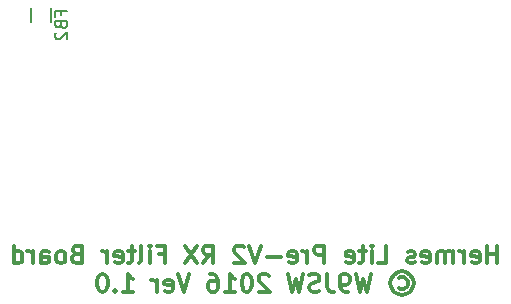
<source format=gbo>
G04 #@! TF.FileFunction,Legend,Bot*
%FSLAX46Y46*%
G04 Gerber Fmt 4.6, Leading zero omitted, Abs format (unit mm)*
G04 Created by KiCad (PCBNEW 4.0.1-stable) date 12/03/2016 13:44:48*
%MOMM*%
G01*
G04 APERTURE LIST*
%ADD10C,0.100000*%
%ADD11C,0.300000*%
%ADD12C,0.150000*%
G04 APERTURE END LIST*
D10*
D11*
X163466284Y-134670071D02*
X163466284Y-133170071D01*
X163466284Y-133884357D02*
X162609141Y-133884357D01*
X162609141Y-134670071D02*
X162609141Y-133170071D01*
X161323427Y-134598643D02*
X161466284Y-134670071D01*
X161751998Y-134670071D01*
X161894855Y-134598643D01*
X161966284Y-134455786D01*
X161966284Y-133884357D01*
X161894855Y-133741500D01*
X161751998Y-133670071D01*
X161466284Y-133670071D01*
X161323427Y-133741500D01*
X161251998Y-133884357D01*
X161251998Y-134027214D01*
X161966284Y-134170071D01*
X160609141Y-134670071D02*
X160609141Y-133670071D01*
X160609141Y-133955786D02*
X160537713Y-133812929D01*
X160466284Y-133741500D01*
X160323427Y-133670071D01*
X160180570Y-133670071D01*
X159680570Y-134670071D02*
X159680570Y-133670071D01*
X159680570Y-133812929D02*
X159609142Y-133741500D01*
X159466284Y-133670071D01*
X159251999Y-133670071D01*
X159109142Y-133741500D01*
X159037713Y-133884357D01*
X159037713Y-134670071D01*
X159037713Y-133884357D02*
X158966284Y-133741500D01*
X158823427Y-133670071D01*
X158609142Y-133670071D01*
X158466284Y-133741500D01*
X158394856Y-133884357D01*
X158394856Y-134670071D01*
X157109142Y-134598643D02*
X157251999Y-134670071D01*
X157537713Y-134670071D01*
X157680570Y-134598643D01*
X157751999Y-134455786D01*
X157751999Y-133884357D01*
X157680570Y-133741500D01*
X157537713Y-133670071D01*
X157251999Y-133670071D01*
X157109142Y-133741500D01*
X157037713Y-133884357D01*
X157037713Y-134027214D01*
X157751999Y-134170071D01*
X156466285Y-134598643D02*
X156323428Y-134670071D01*
X156037713Y-134670071D01*
X155894856Y-134598643D01*
X155823428Y-134455786D01*
X155823428Y-134384357D01*
X155894856Y-134241500D01*
X156037713Y-134170071D01*
X156251999Y-134170071D01*
X156394856Y-134098643D01*
X156466285Y-133955786D01*
X156466285Y-133884357D01*
X156394856Y-133741500D01*
X156251999Y-133670071D01*
X156037713Y-133670071D01*
X155894856Y-133741500D01*
X153323427Y-134670071D02*
X154037713Y-134670071D01*
X154037713Y-133170071D01*
X152823427Y-134670071D02*
X152823427Y-133670071D01*
X152823427Y-133170071D02*
X152894856Y-133241500D01*
X152823427Y-133312929D01*
X152751999Y-133241500D01*
X152823427Y-133170071D01*
X152823427Y-133312929D01*
X152323427Y-133670071D02*
X151751998Y-133670071D01*
X152109141Y-133170071D02*
X152109141Y-134455786D01*
X152037713Y-134598643D01*
X151894855Y-134670071D01*
X151751998Y-134670071D01*
X150680570Y-134598643D02*
X150823427Y-134670071D01*
X151109141Y-134670071D01*
X151251998Y-134598643D01*
X151323427Y-134455786D01*
X151323427Y-133884357D01*
X151251998Y-133741500D01*
X151109141Y-133670071D01*
X150823427Y-133670071D01*
X150680570Y-133741500D01*
X150609141Y-133884357D01*
X150609141Y-134027214D01*
X151323427Y-134170071D01*
X148823427Y-134670071D02*
X148823427Y-133170071D01*
X148251999Y-133170071D01*
X148109141Y-133241500D01*
X148037713Y-133312929D01*
X147966284Y-133455786D01*
X147966284Y-133670071D01*
X148037713Y-133812929D01*
X148109141Y-133884357D01*
X148251999Y-133955786D01*
X148823427Y-133955786D01*
X147323427Y-134670071D02*
X147323427Y-133670071D01*
X147323427Y-133955786D02*
X147251999Y-133812929D01*
X147180570Y-133741500D01*
X147037713Y-133670071D01*
X146894856Y-133670071D01*
X145823428Y-134598643D02*
X145966285Y-134670071D01*
X146251999Y-134670071D01*
X146394856Y-134598643D01*
X146466285Y-134455786D01*
X146466285Y-133884357D01*
X146394856Y-133741500D01*
X146251999Y-133670071D01*
X145966285Y-133670071D01*
X145823428Y-133741500D01*
X145751999Y-133884357D01*
X145751999Y-134027214D01*
X146466285Y-134170071D01*
X145109142Y-134098643D02*
X143966285Y-134098643D01*
X143466285Y-133170071D02*
X142966285Y-134670071D01*
X142466285Y-133170071D01*
X142037714Y-133312929D02*
X141966285Y-133241500D01*
X141823428Y-133170071D01*
X141466285Y-133170071D01*
X141323428Y-133241500D01*
X141251999Y-133312929D01*
X141180571Y-133455786D01*
X141180571Y-133598643D01*
X141251999Y-133812929D01*
X142109142Y-134670071D01*
X141180571Y-134670071D01*
X138537714Y-134670071D02*
X139037714Y-133955786D01*
X139394857Y-134670071D02*
X139394857Y-133170071D01*
X138823429Y-133170071D01*
X138680571Y-133241500D01*
X138609143Y-133312929D01*
X138537714Y-133455786D01*
X138537714Y-133670071D01*
X138609143Y-133812929D01*
X138680571Y-133884357D01*
X138823429Y-133955786D01*
X139394857Y-133955786D01*
X138037714Y-133170071D02*
X137037714Y-134670071D01*
X137037714Y-133170071D02*
X138037714Y-134670071D01*
X134823429Y-133884357D02*
X135323429Y-133884357D01*
X135323429Y-134670071D02*
X135323429Y-133170071D01*
X134609143Y-133170071D01*
X134037715Y-134670071D02*
X134037715Y-133670071D01*
X134037715Y-133170071D02*
X134109144Y-133241500D01*
X134037715Y-133312929D01*
X133966287Y-133241500D01*
X134037715Y-133170071D01*
X134037715Y-133312929D01*
X133109143Y-134670071D02*
X133252001Y-134598643D01*
X133323429Y-134455786D01*
X133323429Y-133170071D01*
X132752001Y-133670071D02*
X132180572Y-133670071D01*
X132537715Y-133170071D02*
X132537715Y-134455786D01*
X132466287Y-134598643D01*
X132323429Y-134670071D01*
X132180572Y-134670071D01*
X131109144Y-134598643D02*
X131252001Y-134670071D01*
X131537715Y-134670071D01*
X131680572Y-134598643D01*
X131752001Y-134455786D01*
X131752001Y-133884357D01*
X131680572Y-133741500D01*
X131537715Y-133670071D01*
X131252001Y-133670071D01*
X131109144Y-133741500D01*
X131037715Y-133884357D01*
X131037715Y-134027214D01*
X131752001Y-134170071D01*
X130394858Y-134670071D02*
X130394858Y-133670071D01*
X130394858Y-133955786D02*
X130323430Y-133812929D01*
X130252001Y-133741500D01*
X130109144Y-133670071D01*
X129966287Y-133670071D01*
X127823430Y-133884357D02*
X127609144Y-133955786D01*
X127537716Y-134027214D01*
X127466287Y-134170071D01*
X127466287Y-134384357D01*
X127537716Y-134527214D01*
X127609144Y-134598643D01*
X127752002Y-134670071D01*
X128323430Y-134670071D01*
X128323430Y-133170071D01*
X127823430Y-133170071D01*
X127680573Y-133241500D01*
X127609144Y-133312929D01*
X127537716Y-133455786D01*
X127537716Y-133598643D01*
X127609144Y-133741500D01*
X127680573Y-133812929D01*
X127823430Y-133884357D01*
X128323430Y-133884357D01*
X126609144Y-134670071D02*
X126752002Y-134598643D01*
X126823430Y-134527214D01*
X126894859Y-134384357D01*
X126894859Y-133955786D01*
X126823430Y-133812929D01*
X126752002Y-133741500D01*
X126609144Y-133670071D01*
X126394859Y-133670071D01*
X126252002Y-133741500D01*
X126180573Y-133812929D01*
X126109144Y-133955786D01*
X126109144Y-134384357D01*
X126180573Y-134527214D01*
X126252002Y-134598643D01*
X126394859Y-134670071D01*
X126609144Y-134670071D01*
X124823430Y-134670071D02*
X124823430Y-133884357D01*
X124894859Y-133741500D01*
X125037716Y-133670071D01*
X125323430Y-133670071D01*
X125466287Y-133741500D01*
X124823430Y-134598643D02*
X124966287Y-134670071D01*
X125323430Y-134670071D01*
X125466287Y-134598643D01*
X125537716Y-134455786D01*
X125537716Y-134312929D01*
X125466287Y-134170071D01*
X125323430Y-134098643D01*
X124966287Y-134098643D01*
X124823430Y-134027214D01*
X124109144Y-134670071D02*
X124109144Y-133670071D01*
X124109144Y-133955786D02*
X124037716Y-133812929D01*
X123966287Y-133741500D01*
X123823430Y-133670071D01*
X123680573Y-133670071D01*
X122537716Y-134670071D02*
X122537716Y-133170071D01*
X122537716Y-134598643D02*
X122680573Y-134670071D01*
X122966287Y-134670071D01*
X123109145Y-134598643D01*
X123180573Y-134527214D01*
X123252002Y-134384357D01*
X123252002Y-133955786D01*
X123180573Y-133812929D01*
X123109145Y-133741500D01*
X122966287Y-133670071D01*
X122680573Y-133670071D01*
X122537716Y-133741500D01*
X155109140Y-135927214D02*
X155251998Y-135855786D01*
X155537712Y-135855786D01*
X155680569Y-135927214D01*
X155823426Y-136070071D01*
X155894855Y-136212929D01*
X155894855Y-136498643D01*
X155823426Y-136641500D01*
X155680569Y-136784357D01*
X155537712Y-136855786D01*
X155251998Y-136855786D01*
X155109140Y-136784357D01*
X155394855Y-135355786D02*
X155751998Y-135427214D01*
X156109140Y-135641500D01*
X156323426Y-135998643D01*
X156394855Y-136355786D01*
X156323426Y-136712929D01*
X156109140Y-137070071D01*
X155751998Y-137284357D01*
X155394855Y-137355786D01*
X155037712Y-137284357D01*
X154680569Y-137070071D01*
X154466283Y-136712929D01*
X154394855Y-136355786D01*
X154466283Y-135998643D01*
X154680569Y-135641500D01*
X155037712Y-135427214D01*
X155394855Y-135355786D01*
X152751997Y-135570071D02*
X152394854Y-137070071D01*
X152109140Y-135998643D01*
X151823426Y-137070071D01*
X151466283Y-135570071D01*
X150823426Y-137070071D02*
X150537711Y-137070071D01*
X150394854Y-136998643D01*
X150323426Y-136927214D01*
X150180568Y-136712929D01*
X150109140Y-136427214D01*
X150109140Y-135855786D01*
X150180568Y-135712929D01*
X150251997Y-135641500D01*
X150394854Y-135570071D01*
X150680568Y-135570071D01*
X150823426Y-135641500D01*
X150894854Y-135712929D01*
X150966283Y-135855786D01*
X150966283Y-136212929D01*
X150894854Y-136355786D01*
X150823426Y-136427214D01*
X150680568Y-136498643D01*
X150394854Y-136498643D01*
X150251997Y-136427214D01*
X150180568Y-136355786D01*
X150109140Y-136212929D01*
X149037712Y-135570071D02*
X149037712Y-136641500D01*
X149109140Y-136855786D01*
X149251997Y-136998643D01*
X149466283Y-137070071D01*
X149609140Y-137070071D01*
X148394855Y-136998643D02*
X148180569Y-137070071D01*
X147823426Y-137070071D01*
X147680569Y-136998643D01*
X147609140Y-136927214D01*
X147537712Y-136784357D01*
X147537712Y-136641500D01*
X147609140Y-136498643D01*
X147680569Y-136427214D01*
X147823426Y-136355786D01*
X148109140Y-136284357D01*
X148251998Y-136212929D01*
X148323426Y-136141500D01*
X148394855Y-135998643D01*
X148394855Y-135855786D01*
X148323426Y-135712929D01*
X148251998Y-135641500D01*
X148109140Y-135570071D01*
X147751998Y-135570071D01*
X147537712Y-135641500D01*
X147037712Y-135570071D02*
X146680569Y-137070071D01*
X146394855Y-135998643D01*
X146109141Y-137070071D01*
X145751998Y-135570071D01*
X144109141Y-135712929D02*
X144037712Y-135641500D01*
X143894855Y-135570071D01*
X143537712Y-135570071D01*
X143394855Y-135641500D01*
X143323426Y-135712929D01*
X143251998Y-135855786D01*
X143251998Y-135998643D01*
X143323426Y-136212929D01*
X144180569Y-137070071D01*
X143251998Y-137070071D01*
X142323427Y-135570071D02*
X142180570Y-135570071D01*
X142037713Y-135641500D01*
X141966284Y-135712929D01*
X141894855Y-135855786D01*
X141823427Y-136141500D01*
X141823427Y-136498643D01*
X141894855Y-136784357D01*
X141966284Y-136927214D01*
X142037713Y-136998643D01*
X142180570Y-137070071D01*
X142323427Y-137070071D01*
X142466284Y-136998643D01*
X142537713Y-136927214D01*
X142609141Y-136784357D01*
X142680570Y-136498643D01*
X142680570Y-136141500D01*
X142609141Y-135855786D01*
X142537713Y-135712929D01*
X142466284Y-135641500D01*
X142323427Y-135570071D01*
X140394856Y-137070071D02*
X141251999Y-137070071D01*
X140823427Y-137070071D02*
X140823427Y-135570071D01*
X140966284Y-135784357D01*
X141109142Y-135927214D01*
X141251999Y-135998643D01*
X139109142Y-135570071D02*
X139394856Y-135570071D01*
X139537713Y-135641500D01*
X139609142Y-135712929D01*
X139751999Y-135927214D01*
X139823428Y-136212929D01*
X139823428Y-136784357D01*
X139751999Y-136927214D01*
X139680571Y-136998643D01*
X139537713Y-137070071D01*
X139251999Y-137070071D01*
X139109142Y-136998643D01*
X139037713Y-136927214D01*
X138966285Y-136784357D01*
X138966285Y-136427214D01*
X139037713Y-136284357D01*
X139109142Y-136212929D01*
X139251999Y-136141500D01*
X139537713Y-136141500D01*
X139680571Y-136212929D01*
X139751999Y-136284357D01*
X139823428Y-136427214D01*
X137394857Y-135570071D02*
X136894857Y-137070071D01*
X136394857Y-135570071D01*
X135323429Y-136998643D02*
X135466286Y-137070071D01*
X135752000Y-137070071D01*
X135894857Y-136998643D01*
X135966286Y-136855786D01*
X135966286Y-136284357D01*
X135894857Y-136141500D01*
X135752000Y-136070071D01*
X135466286Y-136070071D01*
X135323429Y-136141500D01*
X135252000Y-136284357D01*
X135252000Y-136427214D01*
X135966286Y-136570071D01*
X134609143Y-137070071D02*
X134609143Y-136070071D01*
X134609143Y-136355786D02*
X134537715Y-136212929D01*
X134466286Y-136141500D01*
X134323429Y-136070071D01*
X134180572Y-136070071D01*
X131752001Y-137070071D02*
X132609144Y-137070071D01*
X132180572Y-137070071D02*
X132180572Y-135570071D01*
X132323429Y-135784357D01*
X132466287Y-135927214D01*
X132609144Y-135998643D01*
X131109144Y-136927214D02*
X131037716Y-136998643D01*
X131109144Y-137070071D01*
X131180573Y-136998643D01*
X131109144Y-136927214D01*
X131109144Y-137070071D01*
X130109144Y-135570071D02*
X129966287Y-135570071D01*
X129823430Y-135641500D01*
X129752001Y-135712929D01*
X129680572Y-135855786D01*
X129609144Y-136141500D01*
X129609144Y-136498643D01*
X129680572Y-136784357D01*
X129752001Y-136927214D01*
X129823430Y-136998643D01*
X129966287Y-137070071D01*
X130109144Y-137070071D01*
X130252001Y-136998643D01*
X130323430Y-136927214D01*
X130394858Y-136784357D01*
X130466287Y-136498643D01*
X130466287Y-136141500D01*
X130394858Y-135855786D01*
X130323430Y-135712929D01*
X130252001Y-135641500D01*
X130109144Y-135570071D01*
D12*
X125716000Y-114265000D02*
X125716000Y-113065000D01*
X123966000Y-113065000D02*
X123966000Y-114265000D01*
X126484071Y-113657167D02*
X126484071Y-113323833D01*
X127007881Y-113323833D02*
X126007881Y-113323833D01*
X126007881Y-113800024D01*
X126484071Y-114514310D02*
X126531690Y-114657167D01*
X126579310Y-114704786D01*
X126674548Y-114752405D01*
X126817405Y-114752405D01*
X126912643Y-114704786D01*
X126960262Y-114657167D01*
X127007881Y-114561929D01*
X127007881Y-114180976D01*
X126007881Y-114180976D01*
X126007881Y-114514310D01*
X126055500Y-114609548D01*
X126103119Y-114657167D01*
X126198357Y-114704786D01*
X126293595Y-114704786D01*
X126388833Y-114657167D01*
X126436452Y-114609548D01*
X126484071Y-114514310D01*
X126484071Y-114180976D01*
X126103119Y-115133357D02*
X126055500Y-115180976D01*
X126007881Y-115276214D01*
X126007881Y-115514310D01*
X126055500Y-115609548D01*
X126103119Y-115657167D01*
X126198357Y-115704786D01*
X126293595Y-115704786D01*
X126436452Y-115657167D01*
X127007881Y-115085738D01*
X127007881Y-115704786D01*
M02*

</source>
